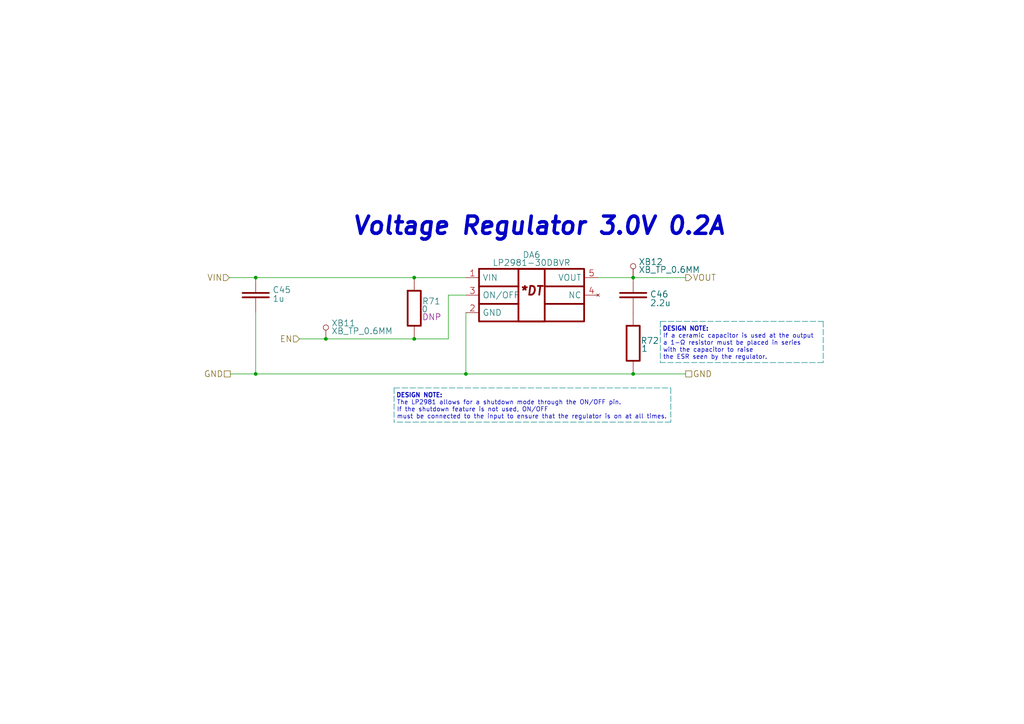
<source format=kicad_sch>
(kicad_sch (version 20211123) (generator eeschema)
  (paper "A4")
  (lib_symbols
    (symbol "Capacitors:C_CAP" (pin_names (offset 0))
      (property "Reference" "C" (at 0 6.35 0))
      (property "Value" "C_CAP" (at 0 -6.35 0))
      (symbol "C_CAP_0_1"
        (polyline (pts (xy -5.08 0) (xy -0.635 0)))
        (polyline (pts (xy -0.635 3.81) (xy -0.635 -3.81)) (stroke (width 0.508)))
        (polyline (pts (xy 0.635 0) (xy 5.08 0)))
        (polyline (pts (xy 0.635 3.81) (xy 0.635 -3.81)) (stroke (width 0.508)))
      )
      (symbol "C_CAP_1_1"
        (pin passive line (at -5.08 0 0) (length 2.54) hide (name "~") (number "1"))
        (pin passive line (at 5.08 0 180) (length 2.54) hide (name "~") (number "2"))
      )
    )
    (symbol "Chips:LP2981-30DBVR" (pin_names (offset 1.016))
      (property "Reference" "DA" (at 0 4.064 0))
      (property "Value" "LP2981-30DBVR" (at 0 1.524 0))
      (symbol "LP2981-30DBVR_0_1"
        (rectangle (start -15.24 0) (end 15.24 -15.24) (stroke (width 0.504)))
        (rectangle (start -3.81 0) (end 3.81 -15.24) (stroke (width 0.508)))
        (polyline (pts (xy -15.24 -10.16) (xy -3.81 -10.16)) (stroke (width 0.504)))
        (polyline (pts (xy -15.24 -5.08) (xy -3.81 -5.08)) (stroke (width 0.504)))
        (polyline (pts (xy 15.24 -10.16) (xy 3.81 -10.16)) (stroke (width 0.504)))
        (polyline (pts (xy 15.2399 -5.0799) (xy 3.8099 -5.0799)) (stroke (width 0.504)))
        (rectangle (start 15.24 -15.24) (end 15.24 -15.24))
      )
      (symbol "LP2981-30DBVR_1_1"
        (polyline (pts (xy -12.7 -15.24) (xy -12.7 -15.24)) (stroke (width 0.508)))
        (polyline (pts (xy -12.7 -5.08) (xy -12.7 -5.08)))
        (text "*DT" (at 0 -6.35 0) (effects (font (size 2.54 2.54) bold italic)))
        (pin power_in line (at -19.05 -2.54 0) (length 3.81) (name "VIN") (number "1"))
        (pin power_in line (at -19.05 -12.7 0) (length 3.81) (name "GND") (number "2"))
        (pin input line (at -19.05 -7.62 0) (length 3.81) (name "ON/OFF") (number "3"))
        (pin no_connect line (at 19.304 -7.62 180) (length 3.81) (name "NC") (number "4"))
        (pin power_out line (at 19.304 -2.54 180) (length 3.81) (name "VOUT") (number "5"))
      )
    )
    (symbol "Connectors:XB_TP_0.6MM" (pin_numbers hide) (pin_names hide) (in_bom no)
      (property "Reference" "XB" (at 2.794 4.572 0))
      (property "Value" "XB_TP_0.6MM" (at 9.906 2.286 0))
      (symbol "XB_TP_0.6MM_0_1"
        (circle (center 0 3.302) (radius 0.762))
      )
      (symbol "XB_TP_0.6MM_1_1"
        (pin passive line (at 0 0 90) (length 2.54) (name "1") (number "1"))
      )
    )
    (symbol "Resistors:R_RES" (pin_names (offset 0))
      (property "Reference" "R" (at 0 3.81 0))
      (property "Value" "R_RES" (at 0 -3.81 0))
      (property "Case/Package" "0000" (at 0 -6.35 0))
      (property "Power" "mW" (at 0 -7.874 0))
      (property "Tolerance" "±%" (at 0 -9.652 0))
      (symbol "R_RES_0_1"
        (rectangle (start -5.08 1.905) (end 5.08 -1.905) (stroke (width 0.508)))
        (polyline (pts (xy -8.89 0) (xy -5.08 0)))
        (polyline (pts (xy 5.08 0) (xy 8.89 0)))
      )
      (symbol "R_RES_1_1"
        (pin passive line (at -8.89 0 0) (length 2.54) hide (name "~") (number "1"))
        (pin passive line (at 8.89 0 180) (length 2.54) hide (name "~") (number "2"))
      )
    )
  )
  (junction (at 74.168 80.518))
  (junction (at 120.142 98.298))
  (junction (at 94.5147 98.298))
  (junction (at 135.128 108.458))
  (junction (at 183.642 108.458))
  (junction (at 74.168 108.458))
  (junction (at 120.142 80.518))
  (junction (at 183.642 80.518))
  (wire (pts (xy 183.642 80.518) (xy 198.882 80.518)))
  (wire (pts (xy 94.5147 98.298) (xy 120.142 98.298)))
  (wire (pts (xy 86.868 98.298) (xy 94.5147 98.298)))
  (wire (pts (xy 66.802 108.458) (xy 74.168 108.458)))
  (wire (pts (xy 120.142 80.518) (xy 135.128 80.518)))
  (polyline (pts (xy 194.564 112.522) (xy 194.564 122.428)) (stroke (width 0) (color 0 132 132 1)))
  (polyline (pts (xy 238.76 105.156) (xy 191.516 105.156)) (stroke (width 0) (color 0 132 132 1)))
  (polyline (pts (xy 238.76 93.218) (xy 238.76 105.156)) (stroke (width 0) (color 0 132 132 1)))
  (wire (pts (xy 74.168 108.458) (xy 135.128 108.458)))
  (wire (pts (xy 66.548 80.518) (xy 74.168 80.518)))
  (wire (pts (xy 173.482 80.518) (xy 183.642 80.518)))
  (wire (pts (xy 183.642 108.458) (xy 198.882 108.458)))
  (wire (pts (xy 130.048 98.298) (xy 130.048 85.598)))
  (polyline (pts (xy 194.564 122.428) (xy 114.3 122.428)) (stroke (width 0) (color 0 132 132 1)))
  (polyline (pts (xy 114.3 112.522) (xy 194.564 112.522)) (stroke (width 0) (color 0 132 132 1)))
  (wire (pts (xy 74.168 90.678) (xy 74.168 108.458)))
  (wire (pts (xy 130.048 85.598) (xy 135.128 85.598)))
  (wire (pts (xy 135.128 90.678) (xy 135.128 108.458)))
  (polyline (pts (xy 191.516 93.218) (xy 238.76 93.218)) (stroke (width 0) (color 0 132 132 1)))
  (wire (pts (xy 120.142 98.298) (xy 130.048 98.298)))
  (polyline (pts (xy 191.516 93.218) (xy 191.516 105.156)) (stroke (width 0) (color 0 132 132 1)))
  (wire (pts (xy 74.168 80.518) (xy 120.142 80.518)))
  (wire (pts (xy 135.128 108.458) (xy 183.642 108.458)))
  (polyline (pts (xy 114.3 112.522) (xy 114.3 122.428)) (stroke (width 0) (color 0 132 132 1)))
  (text "DESIGN NOTE:" (at 114.8776 115.521 0) (effects (font (size 1.27 1.27) (thickness 0.254) bold) (justify left bottom)))
  (text "The LP2981 allows for a shutdown mode through the ON/OFF pin.\nIf the shutdown feature is not used, ON/OFF\nmust be connected to the input to ensure that the regulator is on at all times. " (at 115.062 121.666 0) (effects (font (size 1.27 1.27)) (justify left bottom)))
  (text "If a ceramic capacitor is used at the output\na 1-Ω resistor must be placed in series\nwith the capacitor to raise\nthe ESR seen by the regulator." (at 192.278 104.394 0) (effects (font (size 1.27 1.27)) (justify left bottom)))
  (text "DESIGN NOTE:" (at 192.0936 96.217 0) (effects (font (size 1.27 1.27) (thickness 0.254) bold) (justify left bottom)))
  (text "Voltage Regulator 3.0V 0.2A" (at 101.854 68.58 0) (effects (font (size 5.0038 5.0038) (thickness 1.0008) bold italic) (justify left bottom)))
  (hierarchical_label "VOUT" (shape output) (at 198.882 80.518 0) (effects (font (size 1.778 1.778))))
  (hierarchical_label "GND" (shape passive) (at 66.802 108.458 180) (effects (font (size 1.778 1.778))))
  (hierarchical_label "EN" (shape input) (at 86.868 98.298 180) (effects (font (size 1.778 1.778))))
  (hierarchical_label "VIN" (shape input) (at 66.548 80.518 180) (effects (font (size 1.778 1.778))))
  (hierarchical_label "GND" (shape passive) (at 198.882 108.458 0) (effects (font (size 1.778 1.778))))
  (symbol (lib_id "Capacitors:C_CAP") (at 183.642 85.598 270) (mirror x) (unit 1)
    (property "Reference" "C46" (at 188.468 85.344 90) (effects (font (size 1.778 1.778)) (justify left)))
    (property "Value" "2.2u" (at 188.468 87.884 90) (effects (font (size 1.778 1.778)) (justify left)))
    (property "Footprint" "Capacitor_SMD:C_0603_1608Metric" (effects hide))
  )
  (symbol (lib_id "Capacitors:C_CAP") (at 74.168 85.598 270) (unit 1)
    (property "Reference" "C45" (at 78.994 84.074 90) (effects (font (size 1.778 1.778)) (justify left)))
    (property "Value" "1u" (at 78.994 86.614 90) (effects (font (size 1.778 1.778)) (justify left)))
    (property "Footprint" "Capacitor_SMD:C_0603_1608Metric" (effects hide))
  )
  (symbol (lib_id "Connectors:XB_TP_0.6MM") (at 94.5147 98.298 0) (unit 1) (in_bom no)
    (property "Reference" "XB11" (at 96.0387 93.726 0) (effects (font (size 1.778 1.778)) (justify left)))
    (property "Value" "XB_TP_0.6MM" (at 96.0387 96.012 0) (effects (font (size 1.778 1.778)) (justify left)))
    (property "Footprint" "TestPoint:TestPoint_Pad_D0.6mm" (effects hide))
  )
  (symbol (lib_id "Connectors:XB_TP_0.6MM") (at 183.642 80.518 0) (unit 1) (in_bom no)
    (property "Reference" "XB12" (at 185.166 75.946 0) (effects (font (size 1.778 1.778)) (justify left)))
    (property "Value" "XB_TP_0.6MM" (at 185.166 78.232 0) (effects (font (size 1.778 1.778)) (justify left)))
    (property "Footprint" "TestPoint:TestPoint_Pad_D0.6mm" (effects hide))
  )
  (symbol (lib_id "Resistors:R_RES") (at 183.642 99.568 90) (unit 1)
    (property "Reference" "R72" (at 188.468 98.806 90) (effects (font (size 1.778 1.778))))
    (property "Value" "1" (at 186.944 101.092 90) (effects (font (size 1.778 1.778))))
    (property "Footprint" "Resistor_SMD:R_0603_1608Metric" (effects hide))
    (property "Case/Package" "0000" (effects hide))
    (property "Power" "mW" (effects hide))
    (property "Tolerance" "±%" (effects hide))
  )
  (symbol (lib_id "Resistors:R_RES") (at 120.142 89.408 90) (unit 1)
    (property "Reference" "R71" (at 125.095 87.376 90) (effects (font (size 1.778 1.778))))
    (property "Value" "0" (at 123.19 89.662 90) (effects (font (size 1.778 1.778))))
    (property "Footprint" "Resistor_SMD:R_0603_1608Metric" (effects hide))
    (property "Assembly" "DNP" (at 125.222 91.948 90) (effects (font (size 1.778 1.778))))
    (property "Case/Package" "0000" (effects hide))
    (property "Power" "mW" (effects hide))
    (property "Tolerance" "±%" (effects hide))
  )
  (symbol (lib_id "Chips:LP2981-30DBVR") (at 154.178 77.978 0) (unit 1)
    (property "Reference" "DA6" (at 154.178 73.914 0) (effects (font (size 1.778 1.778))))
    (property "Value" "LP2981-30DBVR" (at 154.179 76.2 0) (effects (font (size 1.778 1.778))))
    (property "Footprint" "Package_TO_SOT_SMD:SOT-23-5" (effects hide))
  )
)
</source>
